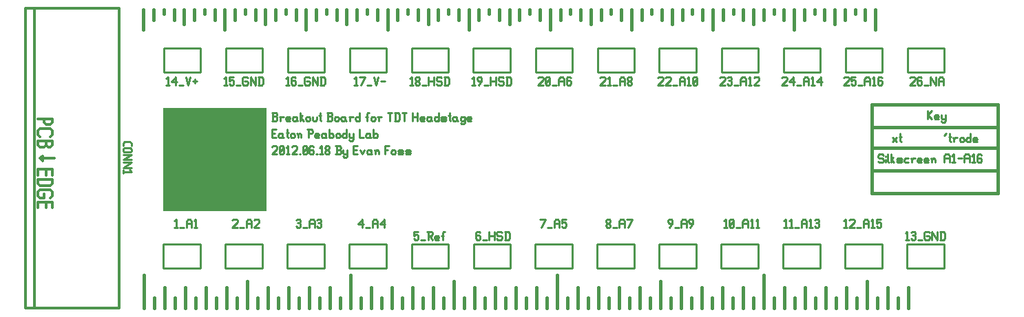
<source format=gbr>
G04 start of page 8 for group -4079 idx -4079 *
G04 Title: (unknown), topsilk *
G04 Creator: pcb 20110918 *
G04 CreationDate: Wed Jul 18 21:40:28 2012 UTC *
G04 For: fosse *
G04 Format: Gerber/RS-274X *
G04 PCB-Dimensions: 476000 152000 *
G04 PCB-Coordinate-Origin: lower left *
%MOIN*%
%FSLAX25Y25*%
%LNTOPSILK*%
%ADD73C,0.0118*%
%ADD72C,0.0100*%
%ADD71C,0.0150*%
%ADD70C,0.0001*%
G54D70*G36*
X68000Y100500D02*X118000D01*
Y50500D01*
X68000D01*
Y100500D01*
G37*
G54D71*X138501Y13500D02*Y3500D01*
X148501D02*Y13500D01*
X158501Y19500D02*Y3500D01*
X168501Y13500D02*Y3500D01*
X178501D02*Y13500D01*
X163501Y3500D02*Y8500D01*
X173501Y3500D02*Y8500D01*
X183501Y3500D02*Y8500D01*
X133501Y3500D02*Y8500D01*
X143501Y3500D02*Y8500D01*
X153501Y3500D02*Y8500D01*
X88501Y13500D02*Y3500D01*
X98501D02*Y13500D01*
X93501Y3500D02*Y8500D01*
X58501Y19500D02*Y3500D01*
X68501Y13500D02*Y3500D01*
X78501D02*Y13500D01*
X63501Y3500D02*Y8500D01*
X73501Y3500D02*Y8500D01*
X128501Y3500D02*Y13500D01*
X108501Y16500D02*Y3500D01*
X118501Y13500D02*Y3500D01*
X103501D02*Y8500D01*
X113501Y3500D02*Y8500D01*
X83501Y3500D02*Y8500D01*
X82910Y148091D02*Y143170D01*
X68147Y148091D02*Y146123D01*
X123501Y3500D02*Y8500D01*
X117359Y148091D02*Y141202D01*
X97674Y148091D02*Y138249D01*
X92753Y148091D02*Y143170D01*
X87832Y146123D02*Y148091D01*
X102595D02*Y143170D01*
X188501Y13500D02*Y3500D01*
X198501D02*Y13500D01*
X193501Y3500D02*Y8500D01*
X228501Y3500D02*Y13500D01*
X238501D02*Y3500D01*
X248501D02*Y13500D01*
X258501Y19500D02*Y3500D01*
X243501D02*Y8500D01*
X253501Y3500D02*Y8500D01*
X263501Y3500D02*Y8500D01*
X208501Y16500D02*Y3500D01*
X218501Y13500D02*Y3500D01*
X203501D02*Y8500D01*
X213501Y3500D02*Y8500D01*
X223501Y3500D02*Y8500D01*
X233501Y3500D02*Y8500D01*
X268501Y13500D02*Y3500D01*
X278501D02*Y13500D01*
X273501Y3500D02*Y8500D01*
X308501Y16500D02*Y3500D01*
X288501Y13500D02*Y3500D01*
X298501D02*Y13500D01*
X283501Y3500D02*Y8500D01*
X293501Y3500D02*Y8500D01*
X303501Y3500D02*Y8500D01*
X313501Y3500D02*Y8500D01*
X318501Y13500D02*Y3500D01*
X328501D02*Y13500D01*
X338501D02*Y3500D01*
X323501D02*Y8500D01*
X333501Y3500D02*Y8500D01*
X348501Y3500D02*Y13500D01*
X358501Y19500D02*Y3500D01*
X353501D02*Y8500D01*
X343501Y3500D02*Y8500D01*
X368501Y13500D02*Y3500D01*
X378501D02*Y13500D01*
X363501Y3500D02*Y8500D01*
X373501Y3500D02*Y8500D01*
X388501Y13500D02*Y3500D01*
X383501D02*Y8500D01*
X393501Y3500D02*Y8500D01*
X398501Y3500D02*Y13500D01*
X408501Y16500D02*Y3500D01*
X403501D02*Y8500D01*
X418501Y13500D02*Y3500D01*
X428501Y13500D02*Y3500D01*
X413501D02*Y8500D01*
X423501Y3500D02*Y8500D01*
X58304Y148091D02*Y138249D01*
X77989Y148091D02*Y141202D01*
X112438Y148091D02*Y143170D01*
X107517Y148091D02*Y146123D01*
X63225Y148091D02*Y143170D01*
X73068Y148091D02*Y143170D01*
X137044Y148091D02*Y138249D01*
X141966Y148091D02*Y143170D01*
X151808Y148091D02*Y143170D01*
X146887Y148091D02*Y146123D01*
X122281Y148091D02*Y143170D01*
X127202Y146123D02*Y148091D01*
X132123D02*Y143170D01*
X176414Y148091D02*Y138249D01*
X156729Y148091D02*Y141202D01*
X161651Y148091D02*Y143170D01*
X171493Y148091D02*Y143170D01*
X166572Y146123D02*Y148091D01*
X181336D02*Y143170D01*
X215784Y148091D02*Y138249D01*
X210863Y148091D02*Y143170D01*
X220706Y148091D02*Y143170D01*
X196099Y148091D02*Y141202D01*
X191178Y148091D02*Y143170D01*
X201021Y148091D02*Y143170D01*
X186257Y148091D02*Y146123D01*
X205942D02*Y148091D01*
X225627D02*Y146123D01*
X255155Y148091D02*Y138249D01*
X250233Y148091D02*Y143170D01*
X260076Y148091D02*Y143170D01*
X274840Y148091D02*Y141202D01*
X235470Y148091D02*Y141202D01*
X230548Y148091D02*Y143170D01*
X240391Y148091D02*Y143170D01*
X245312Y146123D02*Y148091D01*
X269918D02*Y143170D01*
X264997Y148091D02*Y146123D01*
X294525Y148091D02*Y138249D01*
X289603Y148091D02*Y143170D01*
X299446Y148091D02*Y143170D01*
X279761Y148091D02*Y143170D01*
X284682Y146123D02*Y148091D01*
X304367D02*Y146123D01*
X333895Y148091D02*Y138249D01*
X328973Y148091D02*Y143170D01*
X338816Y148091D02*Y143170D01*
X353580Y148091D02*Y141202D01*
X314210Y148091D02*Y141202D01*
X309288Y148091D02*Y143170D01*
X319131Y148091D02*Y143170D01*
X324052Y146123D02*Y148091D01*
X348658D02*Y143170D01*
X343737Y148091D02*Y146123D01*
X373265Y148091D02*Y138249D01*
X368344Y148091D02*Y143170D01*
X378186Y148091D02*Y143170D01*
X358501Y148091D02*Y143170D01*
X363422Y146123D02*Y148091D01*
X412635D02*Y138249D01*
X392950Y148091D02*Y141202D01*
X388029Y148091D02*Y143170D01*
X397871Y148091D02*Y143170D01*
X407714Y148091D02*Y143170D01*
X402792Y146123D02*Y148091D01*
X383107D02*Y146123D01*
X411000Y59000D02*Y102000D01*
Y91000D02*X472000D01*
Y102000D02*X411000D01*
X472000D02*Y59000D01*
X411000Y70000D02*X472000D01*
X411000Y81000D02*X472000D01*
Y59000D02*X411000D01*
G54D72*X120500Y88200D02*X122000D01*
X120500Y86000D02*X122500D01*
X120500Y90000D02*Y86000D01*
Y90000D02*X122500D01*
X125200Y88000D02*X125700Y87500D01*
X124200Y88000D02*X125200D01*
X123700Y87500D02*X124200Y88000D01*
X123700Y87500D02*Y86500D01*
X124200Y86000D01*
X125700Y88000D02*Y86500D01*
X126200Y86000D01*
X124200D02*X125200D01*
X125700Y86500D01*
X127900Y90000D02*Y86500D01*
X128400Y86000D01*
X127400Y88500D02*X128400D01*
X129400Y87500D02*Y86500D01*
Y87500D02*X129900Y88000D01*
X130900D01*
X131400Y87500D01*
Y86500D01*
X130900Y86000D02*X131400Y86500D01*
X129900Y86000D02*X130900D01*
X129400Y86500D02*X129900Y86000D01*
X133100Y87500D02*Y86000D01*
Y87500D02*X133600Y88000D01*
X134100D01*
X134600Y87500D01*
Y86000D01*
X132600Y88000D02*X133100Y87500D01*
X138100Y90000D02*Y86000D01*
X137600Y90000D02*X139600D01*
X140100Y89500D01*
Y88500D01*
X139600Y88000D02*X140100Y88500D01*
X138100Y88000D02*X139600D01*
X141800Y86000D02*X143300D01*
X141300Y86500D02*X141800Y86000D01*
X141300Y87500D02*Y86500D01*
Y87500D02*X141800Y88000D01*
X142800D01*
X143300Y87500D01*
X141300Y87000D02*X143300D01*
Y87500D02*Y87000D01*
X146000Y88000D02*X146500Y87500D01*
X145000Y88000D02*X146000D01*
X144500Y87500D02*X145000Y88000D01*
X144500Y87500D02*Y86500D01*
X145000Y86000D01*
X146500Y88000D02*Y86500D01*
X147000Y86000D01*
X145000D02*X146000D01*
X146500Y86500D01*
X148200Y90000D02*Y86000D01*
Y86500D02*X148700Y86000D01*
X149700D01*
X150200Y86500D01*
Y87500D02*Y86500D01*
X149700Y88000D02*X150200Y87500D01*
X148700Y88000D02*X149700D01*
X148200Y87500D02*X148700Y88000D01*
X151400Y87500D02*Y86500D01*
Y87500D02*X151900Y88000D01*
X152900D01*
X153400Y87500D01*
Y86500D01*
X152900Y86000D02*X153400Y86500D01*
X151900Y86000D02*X152900D01*
X151400Y86500D02*X151900Y86000D01*
X156600Y90000D02*Y86000D01*
X156100D02*X156600Y86500D01*
X155100Y86000D02*X156100D01*
X154600Y86500D02*X155100Y86000D01*
X154600Y87500D02*Y86500D01*
Y87500D02*X155100Y88000D01*
X156100D01*
X156600Y87500D01*
X157800Y88000D02*Y86500D01*
X158300Y86000D01*
X159800Y88000D02*Y85000D01*
X159300Y84500D02*X159800Y85000D01*
X158300Y84500D02*X159300D01*
X157800Y85000D02*X158300Y84500D01*
Y86000D02*X159300D01*
X159800Y86500D01*
X162800Y90000D02*Y86000D01*
X164800D01*
X167500Y88000D02*X168000Y87500D01*
X166500Y88000D02*X167500D01*
X166000Y87500D02*X166500Y88000D01*
X166000Y87500D02*Y86500D01*
X166500Y86000D01*
X168000Y88000D02*Y86500D01*
X168500Y86000D01*
X166500D02*X167500D01*
X168000Y86500D01*
X169700Y90000D02*Y86000D01*
Y86500D02*X170200Y86000D01*
X171200D01*
X171700Y86500D01*
Y87500D02*Y86500D01*
X171200Y88000D02*X171700Y87500D01*
X170200Y88000D02*X171200D01*
X169700Y87500D02*X170200Y88000D01*
X120500Y81500D02*X121000Y82000D01*
X122500D01*
X123000Y81500D01*
Y80500D01*
X120500Y78000D02*X123000Y80500D01*
X120500Y78000D02*X123000D01*
X124200Y78500D02*X124700Y78000D01*
X124200Y81500D02*Y78500D01*
Y81500D02*X124700Y82000D01*
X125700D01*
X126200Y81500D01*
Y78500D01*
X125700Y78000D02*X126200Y78500D01*
X124700Y78000D02*X125700D01*
X124200Y79000D02*X126200Y81000D01*
X127400Y81200D02*X128200Y82000D01*
Y78000D01*
X127400D02*X128900D01*
X130100Y81500D02*X130600Y82000D01*
X132100D01*
X132600Y81500D01*
Y80500D01*
X130100Y78000D02*X132600Y80500D01*
X130100Y78000D02*X132600D01*
X133800D02*X134300D01*
X135500Y78500D02*X136000Y78000D01*
X135500Y81500D02*Y78500D01*
Y81500D02*X136000Y82000D01*
X137000D01*
X137500Y81500D01*
Y78500D01*
X137000Y78000D02*X137500Y78500D01*
X136000Y78000D02*X137000D01*
X135500Y79000D02*X137500Y81000D01*
X140200Y82000D02*X140700Y81500D01*
X139200Y82000D02*X140200D01*
X138700Y81500D02*X139200Y82000D01*
X138700Y81500D02*Y78500D01*
X139200Y78000D01*
X140200Y80200D02*X140700Y79700D01*
X138700Y80200D02*X140200D01*
X139200Y78000D02*X140200D01*
X140700Y78500D01*
Y79700D02*Y78500D01*
X141900Y78000D02*X142400D01*
X143600Y81200D02*X144400Y82000D01*
Y78000D01*
X143600D02*X145100D01*
X146300Y78500D02*X146800Y78000D01*
X146300Y79300D02*Y78500D01*
Y79300D02*X147000Y80000D01*
X147600D01*
X148300Y79300D01*
Y78500D01*
X147800Y78000D02*X148300Y78500D01*
X146800Y78000D02*X147800D01*
X146300Y80700D02*X147000Y80000D01*
X146300Y81500D02*Y80700D01*
Y81500D02*X146800Y82000D01*
X147800D01*
X148300Y81500D01*
Y80700D01*
X147600Y80000D02*X148300Y80700D01*
X151300Y78000D02*X153300D01*
X153800Y78500D01*
Y79700D02*Y78500D01*
X153300Y80200D02*X153800Y79700D01*
X151800Y80200D02*X153300D01*
X151800Y82000D02*Y78000D01*
X151300Y82000D02*X153300D01*
X153800Y81500D01*
Y80700D01*
X153300Y80200D02*X153800Y80700D01*
X155000Y80000D02*Y78500D01*
X155500Y78000D01*
X157000Y80000D02*Y77000D01*
X156500Y76500D02*X157000Y77000D01*
X155500Y76500D02*X156500D01*
X155000Y77000D02*X155500Y76500D01*
Y78000D02*X156500D01*
X157000Y78500D01*
X160000Y80200D02*X161500D01*
X160000Y78000D02*X162000D01*
X160000Y82000D02*Y78000D01*
Y82000D02*X162000D01*
X163200Y80000D02*X164200Y78000D01*
X165200Y80000D02*X164200Y78000D01*
X167900Y80000D02*X168400Y79500D01*
X166900Y80000D02*X167900D01*
X166400Y79500D02*X166900Y80000D01*
X166400Y79500D02*Y78500D01*
X166900Y78000D01*
X168400Y80000D02*Y78500D01*
X168900Y78000D01*
X166900D02*X167900D01*
X168400Y78500D01*
X170600Y79500D02*Y78000D01*
Y79500D02*X171100Y80000D01*
X171600D01*
X172100Y79500D01*
Y78000D01*
X170100Y80000D02*X170600Y79500D01*
X175100Y82000D02*Y78000D01*
Y82000D02*X177100D01*
X175100Y80200D02*X176600D01*
X178300Y79500D02*Y78500D01*
Y79500D02*X178800Y80000D01*
X179800D01*
X180300Y79500D01*
Y78500D01*
X179800Y78000D02*X180300Y78500D01*
X178800Y78000D02*X179800D01*
X178300Y78500D02*X178800Y78000D01*
X182000D02*X183500D01*
X184000Y78500D01*
X183500Y79000D02*X184000Y78500D01*
X182000Y79000D02*X183500D01*
X181500Y79500D02*X182000Y79000D01*
X181500Y79500D02*X182000Y80000D01*
X183500D01*
X184000Y79500D01*
X181500Y78500D02*X182000Y78000D01*
X185700D02*X187200D01*
X187700Y78500D01*
X187200Y79000D02*X187700Y78500D01*
X185700Y79000D02*X187200D01*
X185200Y79500D02*X185700Y79000D01*
X185200Y79500D02*X185700Y80000D01*
X187200D01*
X187700Y79500D01*
X185200Y78500D02*X185700Y78000D01*
X120462Y94091D02*X122462D01*
X122962Y94591D01*
Y95791D02*Y94591D01*
X122462Y96291D02*X122962Y95791D01*
X120962Y96291D02*X122462D01*
X120962Y98091D02*Y94091D01*
X120462Y98091D02*X122462D01*
X122962Y97591D01*
Y96791D01*
X122462Y96291D02*X122962Y96791D01*
X124662Y95591D02*Y94091D01*
Y95591D02*X125162Y96091D01*
X126162D01*
X124162D02*X124662Y95591D01*
X127862Y94091D02*X129362D01*
X127362Y94591D02*X127862Y94091D01*
X127362Y95591D02*Y94591D01*
Y95591D02*X127862Y96091D01*
X128862D01*
X129362Y95591D01*
X127362Y95091D02*X129362D01*
Y95591D02*Y95091D01*
X132062Y96091D02*X132562Y95591D01*
X131062Y96091D02*X132062D01*
X130562Y95591D02*X131062Y96091D01*
X130562Y95591D02*Y94591D01*
X131062Y94091D01*
X132562Y96091D02*Y94591D01*
X133062Y94091D01*
X131062D02*X132062D01*
X132562Y94591D01*
X134262Y98091D02*Y94091D01*
Y95591D02*X135762Y94091D01*
X134262Y95591D02*X135262Y96591D01*
X136962Y95591D02*Y94591D01*
Y95591D02*X137462Y96091D01*
X138462D01*
X138962Y95591D01*
Y94591D01*
X138462Y94091D02*X138962Y94591D01*
X137462Y94091D02*X138462D01*
X136962Y94591D02*X137462Y94091D01*
X140162Y96091D02*Y94591D01*
X140662Y94091D01*
X141662D01*
X142162Y94591D01*
Y96091D02*Y94591D01*
X143862Y98091D02*Y94591D01*
X144362Y94091D01*
X143362Y96591D02*X144362D01*
X147162Y94091D02*X149162D01*
X149662Y94591D01*
Y95791D02*Y94591D01*
X149162Y96291D02*X149662Y95791D01*
X147662Y96291D02*X149162D01*
X147662Y98091D02*Y94091D01*
X147162Y98091D02*X149162D01*
X149662Y97591D01*
Y96791D01*
X149162Y96291D02*X149662Y96791D01*
X150862Y95591D02*Y94591D01*
Y95591D02*X151362Y96091D01*
X152362D01*
X152862Y95591D01*
Y94591D01*
X152362Y94091D02*X152862Y94591D01*
X151362Y94091D02*X152362D01*
X150862Y94591D02*X151362Y94091D01*
X155562Y96091D02*X156062Y95591D01*
X154562Y96091D02*X155562D01*
X154062Y95591D02*X154562Y96091D01*
X154062Y95591D02*Y94591D01*
X154562Y94091D01*
X156062Y96091D02*Y94591D01*
X156562Y94091D01*
X154562D02*X155562D01*
X156062Y94591D01*
X158262Y95591D02*Y94091D01*
Y95591D02*X158762Y96091D01*
X159762D01*
X157762D02*X158262Y95591D01*
X162962Y98091D02*Y94091D01*
X162462D02*X162962Y94591D01*
X161462Y94091D02*X162462D01*
X160962Y94591D02*X161462Y94091D01*
X160962Y95591D02*Y94591D01*
Y95591D02*X161462Y96091D01*
X162462D01*
X162962Y95591D01*
X166462Y97591D02*Y94091D01*
Y97591D02*X166962Y98091D01*
X167462D01*
X165962Y96091D02*X166962D01*
X168462Y95591D02*Y94591D01*
Y95591D02*X168962Y96091D01*
X169962D01*
X170462Y95591D01*
Y94591D01*
X169962Y94091D02*X170462Y94591D01*
X168962Y94091D02*X169962D01*
X168462Y94591D02*X168962Y94091D01*
X172162Y95591D02*Y94091D01*
Y95591D02*X172662Y96091D01*
X173662D01*
X171662D02*X172162Y95591D01*
X176662Y98091D02*X178662D01*
X177662D02*Y94091D01*
X180362Y98091D02*Y94091D01*
X181662Y98091D02*X182362Y97391D01*
Y94791D01*
X181662Y94091D02*X182362Y94791D01*
X179862Y94091D02*X181662D01*
X179862Y98091D02*X181662D01*
X183562D02*X185562D01*
X184562D02*Y94091D01*
X188562Y98091D02*Y94091D01*
X191062Y98091D02*Y94091D01*
X188562Y96091D02*X191062D01*
X192762Y94091D02*X194262D01*
X192262Y94591D02*X192762Y94091D01*
X192262Y95591D02*Y94591D01*
Y95591D02*X192762Y96091D01*
X193762D01*
X194262Y95591D01*
X192262Y95091D02*X194262D01*
Y95591D02*Y95091D01*
X196962Y96091D02*X197462Y95591D01*
X195962Y96091D02*X196962D01*
X195462Y95591D02*X195962Y96091D01*
X195462Y95591D02*Y94591D01*
X195962Y94091D01*
X197462Y96091D02*Y94591D01*
X197962Y94091D01*
X195962D02*X196962D01*
X197462Y94591D01*
X201162Y98091D02*Y94091D01*
X200662D02*X201162Y94591D01*
X199662Y94091D02*X200662D01*
X199162Y94591D02*X199662Y94091D01*
X199162Y95591D02*Y94591D01*
Y95591D02*X199662Y96091D01*
X200662D01*
X201162Y95591D01*
X202862Y94091D02*X204362D01*
X204862Y94591D01*
X204362Y95091D02*X204862Y94591D01*
X202862Y95091D02*X204362D01*
X202362Y95591D02*X202862Y95091D01*
X202362Y95591D02*X202862Y96091D01*
X204362D01*
X204862Y95591D01*
X202362Y94591D02*X202862Y94091D01*
X206562Y98091D02*Y94591D01*
X207062Y94091D01*
X206062Y96591D02*X207062D01*
X209562Y96091D02*X210062Y95591D01*
X208562Y96091D02*X209562D01*
X208062Y95591D02*X208562Y96091D01*
X208062Y95591D02*Y94591D01*
X208562Y94091D01*
X210062Y96091D02*Y94591D01*
X210562Y94091D01*
X208562D02*X209562D01*
X210062Y94591D01*
X213262Y96091D02*X213762Y95591D01*
X212262Y96091D02*X213262D01*
X211762Y95591D02*X212262Y96091D01*
X211762Y95591D02*Y94591D01*
X212262Y94091D01*
X213262D01*
X213762Y94591D01*
X211762Y93091D02*X212262Y92591D01*
X213262D01*
X213762Y93091D01*
Y96091D02*Y93091D01*
X215462Y94091D02*X216962D01*
X214962Y94591D02*X215462Y94091D01*
X214962Y95591D02*Y94591D01*
Y95591D02*X215462Y96091D01*
X216462D01*
X216962Y95591D01*
X214962Y95091D02*X216962D01*
Y95591D02*Y95091D01*
X416000Y78000D02*X416500Y77500D01*
X414500Y78000D02*X416000D01*
X414000Y77500D02*X414500Y78000D01*
X414000Y77500D02*Y76500D01*
X414500Y76000D01*
X416000D01*
X416500Y75500D01*
Y74500D01*
X416000Y74000D02*X416500Y74500D01*
X414500Y74000D02*X416000D01*
X414000Y74500D02*X414500Y74000D01*
X417700Y77000D02*Y76900D01*
Y75500D02*Y74000D01*
X418700Y78000D02*Y74500D01*
X419200Y74000D01*
X420200Y78000D02*Y74000D01*
Y75500D02*X421700Y74000D01*
X420200Y75500D02*X421200Y76500D01*
X423400Y74000D02*X424900D01*
X425400Y74500D01*
X424900Y75000D02*X425400Y74500D01*
X423400Y75000D02*X424900D01*
X422900Y75500D02*X423400Y75000D01*
X422900Y75500D02*X423400Y76000D01*
X424900D01*
X425400Y75500D01*
X422900Y74500D02*X423400Y74000D01*
X427100Y76000D02*X428600D01*
X426600Y75500D02*X427100Y76000D01*
X426600Y75500D02*Y74500D01*
X427100Y74000D01*
X428600D01*
X430300Y75500D02*Y74000D01*
Y75500D02*X430800Y76000D01*
X431800D01*
X429800D02*X430300Y75500D01*
X433500Y74000D02*X435000D01*
X433000Y74500D02*X433500Y74000D01*
X433000Y75500D02*Y74500D01*
Y75500D02*X433500Y76000D01*
X434500D01*
X435000Y75500D01*
X433000Y75000D02*X435000D01*
Y75500D02*Y75000D01*
X436700Y74000D02*X438200D01*
X436200Y74500D02*X436700Y74000D01*
X436200Y75500D02*Y74500D01*
Y75500D02*X436700Y76000D01*
X437700D01*
X438200Y75500D01*
X436200Y75000D02*X438200D01*
Y75500D02*Y75000D01*
X439900Y75500D02*Y74000D01*
Y75500D02*X440400Y76000D01*
X440900D01*
X441400Y75500D01*
Y74000D01*
X439400Y76000D02*X439900Y75500D01*
X421000Y86000D02*X423000Y84000D01*
X421000D02*X423000Y86000D01*
X424700Y88000D02*Y84500D01*
X425200Y84000D01*
X424200Y86500D02*X425200D01*
X446000Y87000D02*X447000Y88000D01*
X448700D02*Y84500D01*
X449200Y84000D01*
X448200Y86500D02*X449200D01*
X450700Y85500D02*Y84000D01*
Y85500D02*X451200Y86000D01*
X452200D01*
X450200D02*X450700Y85500D01*
X453400D02*Y84500D01*
Y85500D02*X453900Y86000D01*
X454900D01*
X455400Y85500D01*
Y84500D01*
X454900Y84000D02*X455400Y84500D01*
X453900Y84000D02*X454900D01*
X453400Y84500D02*X453900Y84000D01*
X458600Y88000D02*Y84000D01*
X458100D02*X458600Y84500D01*
X457100Y84000D02*X458100D01*
X456600Y84500D02*X457100Y84000D01*
X456600Y85500D02*Y84500D01*
Y85500D02*X457100Y86000D01*
X458100D01*
X458600Y85500D01*
X460300Y84000D02*X461800D01*
X459800Y84500D02*X460300Y84000D01*
X459800Y85500D02*Y84500D01*
Y85500D02*X460300Y86000D01*
X461300D01*
X461800Y85500D01*
X459800Y85000D02*X461800D01*
Y85500D02*Y85000D01*
X446000Y77000D02*Y74000D01*
Y77000D02*X446700Y78000D01*
X447800D01*
X448500Y77000D01*
Y74000D01*
X446000Y76000D02*X448500D01*
X449700Y77200D02*X450500Y78000D01*
Y74000D01*
X449700D02*X451200D01*
X452400Y76000D02*X454400D01*
X455600Y77000D02*Y74000D01*
Y77000D02*X456300Y78000D01*
X457400D01*
X458100Y77000D01*
Y74000D01*
X455600Y76000D02*X458100D01*
X459300Y77200D02*X460100Y78000D01*
Y74000D01*
X459300D02*X460800D01*
X463500Y78000D02*X464000Y77500D01*
X462500Y78000D02*X463500D01*
X462000Y77500D02*X462500Y78000D01*
X462000Y77500D02*Y74500D01*
X462500Y74000D01*
X463500Y76200D02*X464000Y75700D01*
X462000Y76200D02*X463500D01*
X462500Y74000D02*X463500D01*
X464000Y74500D01*
Y75700D02*Y74500D01*
X438000Y99000D02*Y95000D01*
Y97000D02*X440000Y99000D01*
X438000Y97000D02*X440000Y95000D01*
X441700D02*X443200D01*
X441200Y95500D02*X441700Y95000D01*
X441200Y96500D02*Y95500D01*
Y96500D02*X441700Y97000D01*
X442700D01*
X443200Y96500D01*
X441200Y96000D02*X443200D01*
Y96500D02*Y96000D01*
X444400Y97000D02*Y95500D01*
X444900Y95000D01*
X446400Y97000D02*Y94000D01*
X445900Y93500D02*X446400Y94000D01*
X444900Y93500D02*X445900D01*
X444400Y94000D02*X444900Y93500D01*
Y95000D02*X445900D01*
X446400Y95500D01*
X428044Y34307D02*X445957D01*
Y22693D01*
X428044D01*
Y34307D01*
X398064Y34327D02*X415977D01*
Y22713D01*
X398064D01*
Y34327D01*
X368064D02*X385977D01*
Y22713D01*
X368064D01*
Y34327D01*
X338064D02*X355977D01*
Y22713D01*
X338064D01*
Y34327D01*
X428084Y129346D02*X445997D01*
Y117732D01*
X428084D01*
Y129346D01*
X398084Y129345D02*X415997D01*
Y117731D01*
X398084D01*
Y129345D01*
X368084D02*X385997D01*
Y117731D01*
X368084D01*
Y129345D01*
X338084D02*X355997D01*
Y117731D01*
X338084D01*
Y129345D01*
X248084D02*X265997D01*
Y117731D01*
X248084D01*
Y129345D01*
X308064Y34327D02*X325977D01*
Y22713D01*
X308064D01*
Y34327D01*
X278064D02*X295977D01*
Y22713D01*
X278064D01*
Y34327D01*
X308064Y129326D02*X325977D01*
Y117712D01*
X308064D01*
Y129326D01*
X278084Y129345D02*X295997D01*
Y117731D01*
X278084D01*
Y129345D01*
X248064Y34327D02*X265977D01*
Y22713D01*
X248064D01*
Y34327D01*
X218083Y34307D02*X235996D01*
Y22693D01*
X218083D01*
Y34307D01*
X158064Y34327D02*X175977D01*
Y22713D01*
X158064D01*
Y34327D01*
X188084Y34347D02*X205997D01*
Y22733D01*
X188084D01*
Y34347D01*
X128064Y34327D02*X145977D01*
Y22713D01*
X128064D01*
Y34327D01*
X98063D02*X115976D01*
Y22713D01*
X98063D01*
Y34327D01*
X68064D02*X85977D01*
Y22713D01*
X68064D01*
Y34327D01*
G54D73*X5504Y148638D02*Y3323D01*
X1292Y148677D02*X46410D01*
X1292Y3323D02*X46410D01*
X8339Y76000D02*X15307D01*
X8339D02*X9480Y74858D01*
X8339Y76000D02*X9480Y77142D01*
Y74858D01*
X7315Y95213D02*X14205D01*
Y93244D01*
X13220Y92260D01*
X11252D02*X13220D01*
X11252D02*X10268Y93244D01*
Y95213D02*Y93244D01*
X13220Y86354D02*X14205Y87339D01*
Y89307D02*Y87339D01*
Y89307D02*X13220Y90291D01*
X8299D02*X13220D01*
X8299D02*X7315Y89307D01*
Y87339D01*
X8299Y86354D01*
X7315Y84386D02*X14205D01*
X7315D02*Y82417D01*
X8299Y81433D01*
X10268D01*
X11252Y82417D01*
Y84386D02*Y82417D01*
X14205Y84386D02*Y82417D01*
X13220Y81433D01*
X12236D02*X13220D01*
X12236D02*X11252Y82417D01*
X7315Y70606D02*X14205D01*
X7315D02*Y67654D01*
X11252Y70606D02*Y67654D01*
X14205Y70606D02*Y67654D01*
X7315Y65685D02*X14205D01*
X7315D02*Y63717D01*
X8299Y62732D01*
X13220D01*
X14205Y63717D01*
Y65685D02*Y63717D01*
X10268Y58795D02*Y56827D01*
X8299D02*X10268D01*
X8299D02*X7315Y57811D01*
Y59780D02*Y57811D01*
Y59780D02*X8299Y60764D01*
X13220D01*
X14205Y59780D01*
Y57811D01*
X13220Y56827D01*
X7315Y54858D02*X14205D01*
X7315D02*Y51906D01*
X11252Y54858D02*Y51906D01*
X14205Y54858D02*Y51906D01*
X1292Y148677D02*Y3323D01*
X46410Y148677D02*Y3323D01*
G54D72*X218064Y129326D02*X235977D01*
Y117712D01*
X218064D01*
Y129326D01*
X188084Y129345D02*X205997D01*
Y117731D01*
X188084D01*
Y129345D01*
X158084D02*X175997D01*
Y117731D01*
X158084D01*
Y129345D01*
X128084D02*X145997D01*
Y117731D01*
X128084D01*
Y129345D01*
X98084D02*X115997D01*
Y117731D01*
X98084D01*
Y129345D01*
X68084D02*X85997D01*
Y117731D01*
X68084D01*
Y129345D01*
X339277Y45732D02*X340077Y46532D01*
Y42532D01*
X339277D02*X340777D01*
X341977Y43032D02*X342477Y42532D01*
X341977Y46032D02*Y43032D01*
Y46032D02*X342477Y46532D01*
X343477D01*
X343977Y46032D01*
Y43032D01*
X343477Y42532D02*X343977Y43032D01*
X342477Y42532D02*X343477D01*
X341977Y43532D02*X343977Y45532D01*
X345177Y42532D02*X347177D01*
X348377Y45532D02*Y42532D01*
Y45532D02*X349077Y46532D01*
X350177D01*
X350877Y45532D01*
Y42532D01*
X348377Y44532D02*X350877D01*
X352077Y45732D02*X352877Y46532D01*
Y42532D01*
X352077D02*X353577D01*
X354777Y45732D02*X355577Y46532D01*
Y42532D01*
X354777D02*X356277D01*
X368277Y45732D02*X369077Y46532D01*
Y42532D01*
X368277D02*X369777D01*
X370977Y45732D02*X371777Y46532D01*
Y42532D01*
X370977D02*X372477D01*
X373677D02*X375677D01*
X376877Y45532D02*Y42532D01*
Y45532D02*X377577Y46532D01*
X378677D01*
X379377Y45532D01*
Y42532D01*
X376877Y44532D02*X379377D01*
X380577Y45732D02*X381377Y46532D01*
Y42532D01*
X380577D02*X382077D01*
X383277Y46032D02*X383777Y46532D01*
X384777D01*
X385277Y46032D01*
X384777Y42532D02*X385277Y43032D01*
X383777Y42532D02*X384777D01*
X383277Y43032D02*X383777Y42532D01*
Y44732D02*X384777D01*
X385277Y46032D02*Y45232D01*
Y44232D02*Y43032D01*
Y44232D02*X384777Y44732D01*
X385277Y45232D02*X384777Y44732D01*
X397277Y45732D02*X398077Y46532D01*
Y42532D01*
X397277D02*X398777D01*
X399977Y46032D02*X400477Y46532D01*
X401977D01*
X402477Y46032D01*
Y45032D01*
X399977Y42532D02*X402477Y45032D01*
X399977Y42532D02*X402477D01*
X403677D02*X405677D01*
X406877Y45532D02*Y42532D01*
Y45532D02*X407577Y46532D01*
X408677D01*
X409377Y45532D01*
Y42532D01*
X406877Y44532D02*X409377D01*
X410577Y45732D02*X411377Y46532D01*
Y42532D01*
X410577D02*X412077D01*
X413277Y46532D02*X415277D01*
X413277D02*Y44532D01*
X413777Y45032D01*
X414777D01*
X415277Y44532D01*
Y43032D01*
X414777Y42532D02*X415277Y43032D01*
X413777Y42532D02*X414777D01*
X413277Y43032D02*X413777Y42532D01*
X427257Y39712D02*X428057Y40512D01*
Y36512D01*
X427257D02*X428757D01*
X429957Y40012D02*X430457Y40512D01*
X431457D01*
X431957Y40012D01*
X431457Y36512D02*X431957Y37012D01*
X430457Y36512D02*X431457D01*
X429957Y37012D02*X430457Y36512D01*
Y38712D02*X431457D01*
X431957Y40012D02*Y39212D01*
Y38212D02*Y37012D01*
Y38212D02*X431457Y38712D01*
X431957Y39212D02*X431457Y38712D01*
X433157Y36512D02*X435157D01*
X438357Y40512D02*X438857Y40012D01*
X436857Y40512D02*X438357D01*
X436357Y40012D02*X436857Y40512D01*
X436357Y40012D02*Y37012D01*
X436857Y36512D01*
X438357D01*
X438857Y37012D01*
Y38012D02*Y37012D01*
X438357Y38512D02*X438857Y38012D01*
X437357Y38512D02*X438357D01*
X440057Y40512D02*Y36512D01*
Y40512D02*X442557Y36512D01*
Y40512D02*Y36512D01*
X444257Y40512D02*Y36512D01*
X445557Y40512D02*X446257Y39812D01*
Y37212D01*
X445557Y36512D02*X446257Y37212D01*
X443757Y36512D02*X445557D01*
X443757Y40512D02*X445557D01*
X429297Y115051D02*X429797Y115551D01*
X431297D01*
X431797Y115051D01*
Y114051D01*
X429297Y111551D02*X431797Y114051D01*
X429297Y111551D02*X431797D01*
X434497Y115551D02*X434997Y115051D01*
X433497Y115551D02*X434497D01*
X432997Y115051D02*X433497Y115551D01*
X432997Y115051D02*Y112051D01*
X433497Y111551D01*
X434497Y113751D02*X434997Y113251D01*
X432997Y113751D02*X434497D01*
X433497Y111551D02*X434497D01*
X434997Y112051D01*
Y113251D02*Y112051D01*
X436197Y111551D02*X438197D01*
X439397Y115551D02*Y111551D01*
Y115551D02*X441897Y111551D01*
Y115551D02*Y111551D01*
X443097Y114551D02*Y111551D01*
Y114551D02*X443797Y115551D01*
X444897D01*
X445597Y114551D01*
Y111551D01*
X443097Y113551D02*X445597D01*
X337297Y115050D02*X337797Y115550D01*
X339297D01*
X339797Y115050D01*
Y114050D01*
X337297Y111550D02*X339797Y114050D01*
X337297Y111550D02*X339797D01*
X340997Y115050D02*X341497Y115550D01*
X342497D01*
X342997Y115050D01*
X342497Y111550D02*X342997Y112050D01*
X341497Y111550D02*X342497D01*
X340997Y112050D02*X341497Y111550D01*
Y113750D02*X342497D01*
X342997Y115050D02*Y114250D01*
Y113250D02*Y112050D01*
Y113250D02*X342497Y113750D01*
X342997Y114250D02*X342497Y113750D01*
X344197Y111550D02*X346197D01*
X347397Y114550D02*Y111550D01*
Y114550D02*X348097Y115550D01*
X349197D01*
X349897Y114550D01*
Y111550D01*
X347397Y113550D02*X349897D01*
X351097Y114750D02*X351897Y115550D01*
Y111550D01*
X351097D02*X352597D01*
X353797Y115050D02*X354297Y115550D01*
X355797D01*
X356297Y115050D01*
Y114050D01*
X353797Y111550D02*X356297Y114050D01*
X353797Y111550D02*X356297D01*
X367297Y115050D02*X367797Y115550D01*
X369297D01*
X369797Y115050D01*
Y114050D01*
X367297Y111550D02*X369797Y114050D01*
X367297Y111550D02*X369797D01*
X370997Y113050D02*X372997Y115550D01*
X370997Y113050D02*X373497D01*
X372997Y115550D02*Y111550D01*
X374697D02*X376697D01*
X377897Y114550D02*Y111550D01*
Y114550D02*X378597Y115550D01*
X379697D01*
X380397Y114550D01*
Y111550D01*
X377897Y113550D02*X380397D01*
X381597Y114750D02*X382397Y115550D01*
Y111550D01*
X381597D02*X383097D01*
X384297Y113050D02*X386297Y115550D01*
X384297Y113050D02*X386797D01*
X386297Y115550D02*Y111550D01*
X397297Y115050D02*X397797Y115550D01*
X399297D01*
X399797Y115050D01*
Y114050D01*
X397297Y111550D02*X399797Y114050D01*
X397297Y111550D02*X399797D01*
X400997Y115550D02*X402997D01*
X400997D02*Y113550D01*
X401497Y114050D01*
X402497D01*
X402997Y113550D01*
Y112050D01*
X402497Y111550D02*X402997Y112050D01*
X401497Y111550D02*X402497D01*
X400997Y112050D02*X401497Y111550D01*
X404197D02*X406197D01*
X407397Y114550D02*Y111550D01*
Y114550D02*X408097Y115550D01*
X409197D01*
X409897Y114550D01*
Y111550D01*
X407397Y113550D02*X409897D01*
X411097Y114750D02*X411897Y115550D01*
Y111550D01*
X411097D02*X412597D01*
X415297Y115550D02*X415797Y115050D01*
X414297Y115550D02*X415297D01*
X413797Y115050D02*X414297Y115550D01*
X413797Y115050D02*Y112050D01*
X414297Y111550D01*
X415297Y113750D02*X415797Y113250D01*
X413797Y113750D02*X415297D01*
X414297Y111550D02*X415297D01*
X415797Y112050D01*
Y113250D02*Y112050D01*
X282277Y43032D02*X282777Y42532D01*
X282277Y43832D02*Y43032D01*
Y43832D02*X282977Y44532D01*
X283577D01*
X284277Y43832D01*
Y43032D01*
X283777Y42532D02*X284277Y43032D01*
X282777Y42532D02*X283777D01*
X282277Y45232D02*X282977Y44532D01*
X282277Y46032D02*Y45232D01*
Y46032D02*X282777Y46532D01*
X283777D01*
X284277Y46032D01*
Y45232D01*
X283577Y44532D02*X284277Y45232D01*
X285477Y42532D02*X287477D01*
X288677Y45532D02*Y42532D01*
Y45532D02*X289377Y46532D01*
X290477D01*
X291177Y45532D01*
Y42532D01*
X288677Y44532D02*X291177D01*
X292877Y42532D02*X294877Y46532D01*
X292377D02*X294877D01*
X220796Y40512D02*X221296Y40012D01*
X219796Y40512D02*X220796D01*
X219296Y40012D02*X219796Y40512D01*
X219296Y40012D02*Y37012D01*
X219796Y36512D01*
X220796Y38712D02*X221296Y38212D01*
X219296Y38712D02*X220796D01*
X219796Y36512D02*X220796D01*
X221296Y37012D01*
Y38212D02*Y37012D01*
X222496Y36512D02*X224496D01*
X225696Y40512D02*Y36512D01*
X228196Y40512D02*Y36512D01*
X225696Y38512D02*X228196D01*
X231396Y40512D02*X231896Y40012D01*
X229896Y40512D02*X231396D01*
X229396Y40012D02*X229896Y40512D01*
X229396Y40012D02*Y39012D01*
X229896Y38512D01*
X231396D01*
X231896Y38012D01*
Y37012D01*
X231396Y36512D02*X231896Y37012D01*
X229896Y36512D02*X231396D01*
X229396Y37012D02*X229896Y36512D01*
X233596Y40512D02*Y36512D01*
X234896Y40512D02*X235596Y39812D01*
Y37212D01*
X234896Y36512D02*X235596Y37212D01*
X233096Y36512D02*X234896D01*
X233096Y40512D02*X234896D01*
X312777Y42532D02*X314277Y44532D01*
Y46032D02*Y44532D01*
X313777Y46532D02*X314277Y46032D01*
X312777Y46532D02*X313777D01*
X312277Y46032D02*X312777Y46532D01*
X312277Y46032D02*Y45032D01*
X312777Y44532D01*
X314277D01*
X315477Y42532D02*X317477D01*
X318677Y45532D02*Y42532D01*
Y45532D02*X319377Y46532D01*
X320477D01*
X321177Y45532D01*
Y42532D01*
X318677Y44532D02*X321177D01*
X322877Y42532D02*X324377Y44532D01*
Y46032D02*Y44532D01*
X323877Y46532D02*X324377Y46032D01*
X322877Y46532D02*X323877D01*
X322377Y46032D02*X322877Y46532D01*
X322377Y46032D02*Y45032D01*
X322877Y44532D01*
X324377D01*
X217277Y114731D02*X218077Y115531D01*
Y111531D01*
X217277D02*X218777D01*
X220477D02*X221977Y113531D01*
Y115031D02*Y113531D01*
X221477Y115531D02*X221977Y115031D01*
X220477Y115531D02*X221477D01*
X219977Y115031D02*X220477Y115531D01*
X219977Y115031D02*Y114031D01*
X220477Y113531D01*
X221977D01*
X223177Y111531D02*X225177D01*
X226377Y115531D02*Y111531D01*
X228877Y115531D02*Y111531D01*
X226377Y113531D02*X228877D01*
X232077Y115531D02*X232577Y115031D01*
X230577Y115531D02*X232077D01*
X230077Y115031D02*X230577Y115531D01*
X230077Y115031D02*Y114031D01*
X230577Y113531D01*
X232077D01*
X232577Y113031D01*
Y112031D01*
X232077Y111531D02*X232577Y112031D01*
X230577Y111531D02*X232077D01*
X230077Y112031D02*X230577Y111531D01*
X234277Y115531D02*Y111531D01*
X235577Y115531D02*X236277Y114831D01*
Y112231D01*
X235577Y111531D02*X236277Y112231D01*
X233777Y111531D02*X235577D01*
X233777Y115531D02*X235577D01*
X249297Y115050D02*X249797Y115550D01*
X251297D01*
X251797Y115050D01*
Y114050D01*
X249297Y111550D02*X251797Y114050D01*
X249297Y111550D02*X251797D01*
X252997Y112050D02*X253497Y111550D01*
X252997Y115050D02*Y112050D01*
Y115050D02*X253497Y115550D01*
X254497D01*
X254997Y115050D01*
Y112050D01*
X254497Y111550D02*X254997Y112050D01*
X253497Y111550D02*X254497D01*
X252997Y112550D02*X254997Y114550D01*
X256197Y111550D02*X258197D01*
X259397Y114550D02*Y111550D01*
Y114550D02*X260097Y115550D01*
X261197D01*
X261897Y114550D01*
Y111550D01*
X259397Y113550D02*X261897D01*
X264597Y115550D02*X265097Y115050D01*
X263597Y115550D02*X264597D01*
X263097Y115050D02*X263597Y115550D01*
X263097Y115050D02*Y112050D01*
X263597Y111550D01*
X264597Y113750D02*X265097Y113250D01*
X263097Y113750D02*X264597D01*
X263597Y111550D02*X264597D01*
X265097Y112050D01*
Y113250D02*Y112050D01*
X279297Y115050D02*X279797Y115550D01*
X281297D01*
X281797Y115050D01*
Y114050D01*
X279297Y111550D02*X281797Y114050D01*
X279297Y111550D02*X281797D01*
X282997Y114750D02*X283797Y115550D01*
Y111550D01*
X282997D02*X284497D01*
X285697D02*X287697D01*
X288897Y114550D02*Y111550D01*
Y114550D02*X289597Y115550D01*
X290697D01*
X291397Y114550D01*
Y111550D01*
X288897Y113550D02*X291397D01*
X292597Y112050D02*X293097Y111550D01*
X292597Y112850D02*Y112050D01*
Y112850D02*X293297Y113550D01*
X293897D01*
X294597Y112850D01*
Y112050D01*
X294097Y111550D02*X294597Y112050D01*
X293097Y111550D02*X294097D01*
X292597Y114250D02*X293297Y113550D01*
X292597Y115050D02*Y114250D01*
Y115050D02*X293097Y115550D01*
X294097D01*
X294597Y115050D01*
Y114250D01*
X293897Y113550D02*X294597Y114250D01*
X307277Y115031D02*X307777Y115531D01*
X309277D01*
X309777Y115031D01*
Y114031D01*
X307277Y111531D02*X309777Y114031D01*
X307277Y111531D02*X309777D01*
X310977Y115031D02*X311477Y115531D01*
X312977D01*
X313477Y115031D01*
Y114031D01*
X310977Y111531D02*X313477Y114031D01*
X310977Y111531D02*X313477D01*
X314677D02*X316677D01*
X317877Y114531D02*Y111531D01*
Y114531D02*X318577Y115531D01*
X319677D01*
X320377Y114531D01*
Y111531D01*
X317877Y113531D02*X320377D01*
X321577Y114731D02*X322377Y115531D01*
Y111531D01*
X321577D02*X323077D01*
X324277Y112031D02*X324777Y111531D01*
X324277Y115031D02*Y112031D01*
Y115031D02*X324777Y115531D01*
X325777D01*
X326277Y115031D01*
Y112031D01*
X325777Y111531D02*X326277Y112031D01*
X324777Y111531D02*X325777D01*
X324277Y112531D02*X326277Y114531D01*
X250777Y42532D02*X252777Y46532D01*
X250277D02*X252777D01*
X253977Y42532D02*X255977D01*
X257177Y45532D02*Y42532D01*
Y45532D02*X257877Y46532D01*
X258977D01*
X259677Y45532D01*
Y42532D01*
X257177Y44532D02*X259677D01*
X260877Y46532D02*X262877D01*
X260877D02*Y44532D01*
X261377Y45032D01*
X262377D01*
X262877Y44532D01*
Y43032D01*
X262377Y42532D02*X262877Y43032D01*
X261377Y42532D02*X262377D01*
X260877Y43032D02*X261377Y42532D01*
X189297Y40552D02*X191297D01*
X189297D02*Y38552D01*
X189797Y39052D01*
X190797D01*
X191297Y38552D01*
Y37052D01*
X190797Y36552D02*X191297Y37052D01*
X189797Y36552D02*X190797D01*
X189297Y37052D02*X189797Y36552D01*
X192497D02*X194497D01*
X195697Y40552D02*X197697D01*
X198197Y40052D01*
Y39052D01*
X197697Y38552D02*X198197Y39052D01*
X196197Y38552D02*X197697D01*
X196197Y40552D02*Y36552D01*
X196997Y38552D02*X198197Y36552D01*
X199897D02*X201397D01*
X199397Y37052D02*X199897Y36552D01*
X199397Y38052D02*Y37052D01*
Y38052D02*X199897Y38552D01*
X200897D01*
X201397Y38052D01*
X199397Y37552D02*X201397D01*
Y38052D02*Y37552D01*
X203097Y40052D02*Y36552D01*
Y40052D02*X203597Y40552D01*
X204097D01*
X202597Y38552D02*X203597D01*
X73277Y45732D02*X74077Y46532D01*
Y42532D01*
X73277D02*X74777D01*
X75977D02*X77977D01*
X79177Y45532D02*Y42532D01*
Y45532D02*X79877Y46532D01*
X80977D01*
X81677Y45532D01*
Y42532D01*
X79177Y44532D02*X81677D01*
X82877Y45732D02*X83677Y46532D01*
Y42532D01*
X82877D02*X84377D01*
X101276Y46032D02*X101776Y46532D01*
X103276D01*
X103776Y46032D01*
Y45032D01*
X101276Y42532D02*X103776Y45032D01*
X101276Y42532D02*X103776D01*
X104976D02*X106976D01*
X108176Y45532D02*Y42532D01*
Y45532D02*X108876Y46532D01*
X109976D01*
X110676Y45532D01*
Y42532D01*
X108176Y44532D02*X110676D01*
X111876Y46032D02*X112376Y46532D01*
X113876D01*
X114376Y46032D01*
Y45032D01*
X111876Y42532D02*X114376Y45032D01*
X111876Y42532D02*X114376D01*
X48417Y83450D02*Y82150D01*
X49117Y84150D02*X48417Y83450D01*
X49117Y84150D02*X51717D01*
X52417Y83450D01*
Y82150D01*
X48917Y80950D02*X51917D01*
X52417Y80450D01*
Y79450D01*
X51917Y78950D01*
X48917D02*X51917D01*
X48417Y79450D02*X48917Y78950D01*
X48417Y80450D02*Y79450D01*
X48917Y80950D02*X48417Y80450D01*
Y77750D02*X52417D01*
X48417Y75250D01*
X52417D01*
X48417Y74050D02*X52417D01*
X48417Y71550D01*
X52417D01*
X51617Y70350D02*X52417Y69550D01*
X48417D02*X52417D01*
X48417Y70350D02*Y68850D01*
X69297Y114750D02*X70097Y115550D01*
Y111550D01*
X69297D02*X70797D01*
X71997Y113050D02*X73997Y115550D01*
X71997Y113050D02*X74497D01*
X73997Y115550D02*Y111550D01*
X75697D02*X77697D01*
X78897Y115550D02*X79897Y111550D01*
X80897Y115550D01*
X82097Y113550D02*X84097D01*
X83097Y114550D02*Y112550D01*
X97297Y114750D02*X98097Y115550D01*
Y111550D01*
X97297D02*X98797D01*
X99997Y115550D02*X101997D01*
X99997D02*Y113550D01*
X100497Y114050D01*
X101497D01*
X101997Y113550D01*
Y112050D01*
X101497Y111550D02*X101997Y112050D01*
X100497Y111550D02*X101497D01*
X99997Y112050D02*X100497Y111550D01*
X103197D02*X105197D01*
X108397Y115550D02*X108897Y115050D01*
X106897Y115550D02*X108397D01*
X106397Y115050D02*X106897Y115550D01*
X106397Y115050D02*Y112050D01*
X106897Y111550D01*
X108397D01*
X108897Y112050D01*
Y113050D02*Y112050D01*
X108397Y113550D02*X108897Y113050D01*
X107397Y113550D02*X108397D01*
X110097Y115550D02*Y111550D01*
Y115550D02*X112597Y111550D01*
Y115550D02*Y111550D01*
X114297Y115550D02*Y111550D01*
X115597Y115550D02*X116297Y114850D01*
Y112250D01*
X115597Y111550D02*X116297Y112250D01*
X113797Y111550D02*X115597D01*
X113797Y115550D02*X115597D01*
X127297Y114750D02*X128097Y115550D01*
Y111550D01*
X127297D02*X128797D01*
X131497Y115550D02*X131997Y115050D01*
X130497Y115550D02*X131497D01*
X129997Y115050D02*X130497Y115550D01*
X129997Y115050D02*Y112050D01*
X130497Y111550D01*
X131497Y113750D02*X131997Y113250D01*
X129997Y113750D02*X131497D01*
X130497Y111550D02*X131497D01*
X131997Y112050D01*
Y113250D02*Y112050D01*
X133197Y111550D02*X135197D01*
X138397Y115550D02*X138897Y115050D01*
X136897Y115550D02*X138397D01*
X136397Y115050D02*X136897Y115550D01*
X136397Y115050D02*Y112050D01*
X136897Y111550D01*
X138397D01*
X138897Y112050D01*
Y113050D02*Y112050D01*
X138397Y113550D02*X138897Y113050D01*
X137397Y113550D02*X138397D01*
X140097Y115550D02*Y111550D01*
Y115550D02*X142597Y111550D01*
Y115550D02*Y111550D01*
X144297Y115550D02*Y111550D01*
X145597Y115550D02*X146297Y114850D01*
Y112250D01*
X145597Y111550D02*X146297Y112250D01*
X143797Y111550D02*X145597D01*
X143797Y115550D02*X145597D01*
X160297Y114750D02*X161097Y115550D01*
Y111550D01*
X160297D02*X161797D01*
X163497D02*X165497Y115550D01*
X162997D02*X165497D01*
X166697Y111550D02*X168697D01*
X169897Y115550D02*X170897Y111550D01*
X171897Y115550D01*
X173097Y113550D02*X175097D01*
X132277Y46032D02*X132777Y46532D01*
X133777D01*
X134277Y46032D01*
X133777Y42532D02*X134277Y43032D01*
X132777Y42532D02*X133777D01*
X132277Y43032D02*X132777Y42532D01*
Y44732D02*X133777D01*
X134277Y46032D02*Y45232D01*
Y44232D02*Y43032D01*
Y44232D02*X133777Y44732D01*
X134277Y45232D02*X133777Y44732D01*
X135477Y42532D02*X137477D01*
X138677Y45532D02*Y42532D01*
Y45532D02*X139377Y46532D01*
X140477D01*
X141177Y45532D01*
Y42532D01*
X138677Y44532D02*X141177D01*
X142377Y46032D02*X142877Y46532D01*
X143877D01*
X144377Y46032D01*
X143877Y42532D02*X144377Y43032D01*
X142877Y42532D02*X143877D01*
X142377Y43032D02*X142877Y42532D01*
Y44732D02*X143877D01*
X144377Y46032D02*Y45232D01*
Y44232D02*Y43032D01*
Y44232D02*X143877Y44732D01*
X144377Y45232D02*X143877Y44732D01*
X162277Y44032D02*X164277Y46532D01*
X162277Y44032D02*X164777D01*
X164277Y46532D02*Y42532D01*
X165977D02*X167977D01*
X169177Y45532D02*Y42532D01*
Y45532D02*X169877Y46532D01*
X170977D01*
X171677Y45532D01*
Y42532D01*
X169177Y44532D02*X171677D01*
X172877Y44032D02*X174877Y46532D01*
X172877Y44032D02*X175377D01*
X174877Y46532D02*Y42532D01*
X187297Y114750D02*X188097Y115550D01*
Y111550D01*
X187297D02*X188797D01*
X189997Y112050D02*X190497Y111550D01*
X189997Y112850D02*Y112050D01*
Y112850D02*X190697Y113550D01*
X191297D01*
X191997Y112850D01*
Y112050D01*
X191497Y111550D02*X191997Y112050D01*
X190497Y111550D02*X191497D01*
X189997Y114250D02*X190697Y113550D01*
X189997Y115050D02*Y114250D01*
Y115050D02*X190497Y115550D01*
X191497D01*
X191997Y115050D01*
Y114250D01*
X191297Y113550D02*X191997Y114250D01*
X193197Y111550D02*X195197D01*
X196397Y115550D02*Y111550D01*
X198897Y115550D02*Y111550D01*
X196397Y113550D02*X198897D01*
X202097Y115550D02*X202597Y115050D01*
X200597Y115550D02*X202097D01*
X200097Y115050D02*X200597Y115550D01*
X200097Y115050D02*Y114050D01*
X200597Y113550D01*
X202097D01*
X202597Y113050D01*
Y112050D01*
X202097Y111550D02*X202597Y112050D01*
X200597Y111550D02*X202097D01*
X200097Y112050D02*X200597Y111550D01*
X204297Y115550D02*Y111550D01*
X205597Y115550D02*X206297Y114850D01*
Y112250D01*
X205597Y111550D02*X206297Y112250D01*
X203797Y111550D02*X205597D01*
X203797Y115550D02*X205597D01*
M02*

</source>
